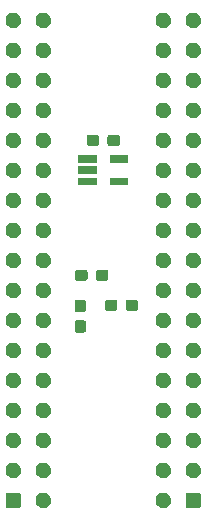
<source format=gbr>
G04 #@! TF.GenerationSoftware,KiCad,Pcbnew,5.1.6*
G04 #@! TF.CreationDate,2020-07-16T15:28:18+01:00*
G04 #@! TF.ProjectId,EZ-DF0,455a2d44-4630-42e6-9b69-6361645f7063,rev?*
G04 #@! TF.SameCoordinates,Original*
G04 #@! TF.FileFunction,Soldermask,Top*
G04 #@! TF.FilePolarity,Negative*
%FSLAX46Y46*%
G04 Gerber Fmt 4.6, Leading zero omitted, Abs format (unit mm)*
G04 Created by KiCad (PCBNEW 5.1.6) date 2020-07-16 15:28:18*
%MOMM*%
%LPD*%
G01*
G04 APERTURE LIST*
%ADD10C,0.100000*%
G04 APERTURE END LIST*
D10*
G36*
X128753575Y-104759376D02*
G01*
X128793463Y-104771475D01*
X128830221Y-104791123D01*
X128862438Y-104817562D01*
X128888877Y-104849779D01*
X128908525Y-104886537D01*
X128920624Y-104926425D01*
X128925000Y-104970848D01*
X128925000Y-105849152D01*
X128920624Y-105893575D01*
X128908525Y-105933463D01*
X128888877Y-105970221D01*
X128862438Y-106002438D01*
X128830221Y-106028877D01*
X128793463Y-106048525D01*
X128753575Y-106060624D01*
X128709152Y-106065000D01*
X127830848Y-106065000D01*
X127786425Y-106060624D01*
X127746537Y-106048525D01*
X127709779Y-106028877D01*
X127677562Y-106002438D01*
X127651123Y-105970221D01*
X127631475Y-105933463D01*
X127619376Y-105893575D01*
X127615000Y-105849152D01*
X127615000Y-104970848D01*
X127619376Y-104926425D01*
X127631475Y-104886537D01*
X127651123Y-104849779D01*
X127677562Y-104817562D01*
X127709779Y-104791123D01*
X127746537Y-104771475D01*
X127786425Y-104759376D01*
X127830848Y-104755000D01*
X128709152Y-104755000D01*
X128753575Y-104759376D01*
G37*
G36*
X141161055Y-104780171D02*
G01*
X141280261Y-104829547D01*
X141387537Y-104901227D01*
X141478773Y-104992463D01*
X141550453Y-105099739D01*
X141599829Y-105218945D01*
X141625000Y-105345487D01*
X141625000Y-105474513D01*
X141599829Y-105601055D01*
X141550453Y-105720261D01*
X141478773Y-105827537D01*
X141387537Y-105918773D01*
X141280261Y-105990453D01*
X141161055Y-106039829D01*
X141034513Y-106065000D01*
X140905487Y-106065000D01*
X140778945Y-106039829D01*
X140659739Y-105990453D01*
X140552463Y-105918773D01*
X140461227Y-105827537D01*
X140389547Y-105720261D01*
X140340171Y-105601055D01*
X140315000Y-105474513D01*
X140315000Y-105345487D01*
X140340171Y-105218945D01*
X140389547Y-105099739D01*
X140461227Y-104992463D01*
X140552463Y-104901227D01*
X140659739Y-104829547D01*
X140778945Y-104780171D01*
X140905487Y-104755000D01*
X141034513Y-104755000D01*
X141161055Y-104780171D01*
G37*
G36*
X143993575Y-104759376D02*
G01*
X144033463Y-104771475D01*
X144070221Y-104791123D01*
X144102438Y-104817562D01*
X144128877Y-104849779D01*
X144148525Y-104886537D01*
X144160624Y-104926425D01*
X144165000Y-104970848D01*
X144165000Y-105849152D01*
X144160624Y-105893575D01*
X144148525Y-105933463D01*
X144128877Y-105970221D01*
X144102438Y-106002438D01*
X144070221Y-106028877D01*
X144033463Y-106048525D01*
X143993575Y-106060624D01*
X143949152Y-106065000D01*
X143070848Y-106065000D01*
X143026425Y-106060624D01*
X142986537Y-106048525D01*
X142949779Y-106028877D01*
X142917562Y-106002438D01*
X142891123Y-105970221D01*
X142871475Y-105933463D01*
X142859376Y-105893575D01*
X142855000Y-105849152D01*
X142855000Y-104970848D01*
X142859376Y-104926425D01*
X142871475Y-104886537D01*
X142891123Y-104849779D01*
X142917562Y-104817562D01*
X142949779Y-104791123D01*
X142986537Y-104771475D01*
X143026425Y-104759376D01*
X143070848Y-104755000D01*
X143949152Y-104755000D01*
X143993575Y-104759376D01*
G37*
G36*
X131001055Y-104780171D02*
G01*
X131120261Y-104829547D01*
X131227537Y-104901227D01*
X131318773Y-104992463D01*
X131390453Y-105099739D01*
X131439829Y-105218945D01*
X131465000Y-105345487D01*
X131465000Y-105474513D01*
X131439829Y-105601055D01*
X131390453Y-105720261D01*
X131318773Y-105827537D01*
X131227537Y-105918773D01*
X131120261Y-105990453D01*
X131001055Y-106039829D01*
X130874513Y-106065000D01*
X130745487Y-106065000D01*
X130618945Y-106039829D01*
X130499739Y-105990453D01*
X130392463Y-105918773D01*
X130301227Y-105827537D01*
X130229547Y-105720261D01*
X130180171Y-105601055D01*
X130155000Y-105474513D01*
X130155000Y-105345487D01*
X130180171Y-105218945D01*
X130229547Y-105099739D01*
X130301227Y-104992463D01*
X130392463Y-104901227D01*
X130499739Y-104829547D01*
X130618945Y-104780171D01*
X130745487Y-104755000D01*
X130874513Y-104755000D01*
X131001055Y-104780171D01*
G37*
G36*
X131001055Y-102240171D02*
G01*
X131120261Y-102289547D01*
X131227537Y-102361227D01*
X131318773Y-102452463D01*
X131390453Y-102559739D01*
X131439829Y-102678945D01*
X131465000Y-102805487D01*
X131465000Y-102934513D01*
X131439829Y-103061055D01*
X131390453Y-103180261D01*
X131318773Y-103287537D01*
X131227537Y-103378773D01*
X131120261Y-103450453D01*
X131001055Y-103499829D01*
X130874513Y-103525000D01*
X130745487Y-103525000D01*
X130618945Y-103499829D01*
X130499739Y-103450453D01*
X130392463Y-103378773D01*
X130301227Y-103287537D01*
X130229547Y-103180261D01*
X130180171Y-103061055D01*
X130155000Y-102934513D01*
X130155000Y-102805487D01*
X130180171Y-102678945D01*
X130229547Y-102559739D01*
X130301227Y-102452463D01*
X130392463Y-102361227D01*
X130499739Y-102289547D01*
X130618945Y-102240171D01*
X130745487Y-102215000D01*
X130874513Y-102215000D01*
X131001055Y-102240171D01*
G37*
G36*
X143701055Y-102240171D02*
G01*
X143820261Y-102289547D01*
X143927537Y-102361227D01*
X144018773Y-102452463D01*
X144090453Y-102559739D01*
X144139829Y-102678945D01*
X144165000Y-102805487D01*
X144165000Y-102934513D01*
X144139829Y-103061055D01*
X144090453Y-103180261D01*
X144018773Y-103287537D01*
X143927537Y-103378773D01*
X143820261Y-103450453D01*
X143701055Y-103499829D01*
X143574513Y-103525000D01*
X143445487Y-103525000D01*
X143318945Y-103499829D01*
X143199739Y-103450453D01*
X143092463Y-103378773D01*
X143001227Y-103287537D01*
X142929547Y-103180261D01*
X142880171Y-103061055D01*
X142855000Y-102934513D01*
X142855000Y-102805487D01*
X142880171Y-102678945D01*
X142929547Y-102559739D01*
X143001227Y-102452463D01*
X143092463Y-102361227D01*
X143199739Y-102289547D01*
X143318945Y-102240171D01*
X143445487Y-102215000D01*
X143574513Y-102215000D01*
X143701055Y-102240171D01*
G37*
G36*
X141161055Y-102240171D02*
G01*
X141280261Y-102289547D01*
X141387537Y-102361227D01*
X141478773Y-102452463D01*
X141550453Y-102559739D01*
X141599829Y-102678945D01*
X141625000Y-102805487D01*
X141625000Y-102934513D01*
X141599829Y-103061055D01*
X141550453Y-103180261D01*
X141478773Y-103287537D01*
X141387537Y-103378773D01*
X141280261Y-103450453D01*
X141161055Y-103499829D01*
X141034513Y-103525000D01*
X140905487Y-103525000D01*
X140778945Y-103499829D01*
X140659739Y-103450453D01*
X140552463Y-103378773D01*
X140461227Y-103287537D01*
X140389547Y-103180261D01*
X140340171Y-103061055D01*
X140315000Y-102934513D01*
X140315000Y-102805487D01*
X140340171Y-102678945D01*
X140389547Y-102559739D01*
X140461227Y-102452463D01*
X140552463Y-102361227D01*
X140659739Y-102289547D01*
X140778945Y-102240171D01*
X140905487Y-102215000D01*
X141034513Y-102215000D01*
X141161055Y-102240171D01*
G37*
G36*
X128461055Y-102240171D02*
G01*
X128580261Y-102289547D01*
X128687537Y-102361227D01*
X128778773Y-102452463D01*
X128850453Y-102559739D01*
X128899829Y-102678945D01*
X128925000Y-102805487D01*
X128925000Y-102934513D01*
X128899829Y-103061055D01*
X128850453Y-103180261D01*
X128778773Y-103287537D01*
X128687537Y-103378773D01*
X128580261Y-103450453D01*
X128461055Y-103499829D01*
X128334513Y-103525000D01*
X128205487Y-103525000D01*
X128078945Y-103499829D01*
X127959739Y-103450453D01*
X127852463Y-103378773D01*
X127761227Y-103287537D01*
X127689547Y-103180261D01*
X127640171Y-103061055D01*
X127615000Y-102934513D01*
X127615000Y-102805487D01*
X127640171Y-102678945D01*
X127689547Y-102559739D01*
X127761227Y-102452463D01*
X127852463Y-102361227D01*
X127959739Y-102289547D01*
X128078945Y-102240171D01*
X128205487Y-102215000D01*
X128334513Y-102215000D01*
X128461055Y-102240171D01*
G37*
G36*
X143701055Y-99700171D02*
G01*
X143820261Y-99749547D01*
X143927537Y-99821227D01*
X144018773Y-99912463D01*
X144090453Y-100019739D01*
X144139829Y-100138945D01*
X144165000Y-100265487D01*
X144165000Y-100394513D01*
X144139829Y-100521055D01*
X144090453Y-100640261D01*
X144018773Y-100747537D01*
X143927537Y-100838773D01*
X143820261Y-100910453D01*
X143701055Y-100959829D01*
X143574513Y-100985000D01*
X143445487Y-100985000D01*
X143318945Y-100959829D01*
X143199739Y-100910453D01*
X143092463Y-100838773D01*
X143001227Y-100747537D01*
X142929547Y-100640261D01*
X142880171Y-100521055D01*
X142855000Y-100394513D01*
X142855000Y-100265487D01*
X142880171Y-100138945D01*
X142929547Y-100019739D01*
X143001227Y-99912463D01*
X143092463Y-99821227D01*
X143199739Y-99749547D01*
X143318945Y-99700171D01*
X143445487Y-99675000D01*
X143574513Y-99675000D01*
X143701055Y-99700171D01*
G37*
G36*
X128461055Y-99700171D02*
G01*
X128580261Y-99749547D01*
X128687537Y-99821227D01*
X128778773Y-99912463D01*
X128850453Y-100019739D01*
X128899829Y-100138945D01*
X128925000Y-100265487D01*
X128925000Y-100394513D01*
X128899829Y-100521055D01*
X128850453Y-100640261D01*
X128778773Y-100747537D01*
X128687537Y-100838773D01*
X128580261Y-100910453D01*
X128461055Y-100959829D01*
X128334513Y-100985000D01*
X128205487Y-100985000D01*
X128078945Y-100959829D01*
X127959739Y-100910453D01*
X127852463Y-100838773D01*
X127761227Y-100747537D01*
X127689547Y-100640261D01*
X127640171Y-100521055D01*
X127615000Y-100394513D01*
X127615000Y-100265487D01*
X127640171Y-100138945D01*
X127689547Y-100019739D01*
X127761227Y-99912463D01*
X127852463Y-99821227D01*
X127959739Y-99749547D01*
X128078945Y-99700171D01*
X128205487Y-99675000D01*
X128334513Y-99675000D01*
X128461055Y-99700171D01*
G37*
G36*
X131001055Y-99700171D02*
G01*
X131120261Y-99749547D01*
X131227537Y-99821227D01*
X131318773Y-99912463D01*
X131390453Y-100019739D01*
X131439829Y-100138945D01*
X131465000Y-100265487D01*
X131465000Y-100394513D01*
X131439829Y-100521055D01*
X131390453Y-100640261D01*
X131318773Y-100747537D01*
X131227537Y-100838773D01*
X131120261Y-100910453D01*
X131001055Y-100959829D01*
X130874513Y-100985000D01*
X130745487Y-100985000D01*
X130618945Y-100959829D01*
X130499739Y-100910453D01*
X130392463Y-100838773D01*
X130301227Y-100747537D01*
X130229547Y-100640261D01*
X130180171Y-100521055D01*
X130155000Y-100394513D01*
X130155000Y-100265487D01*
X130180171Y-100138945D01*
X130229547Y-100019739D01*
X130301227Y-99912463D01*
X130392463Y-99821227D01*
X130499739Y-99749547D01*
X130618945Y-99700171D01*
X130745487Y-99675000D01*
X130874513Y-99675000D01*
X131001055Y-99700171D01*
G37*
G36*
X141161055Y-99700171D02*
G01*
X141280261Y-99749547D01*
X141387537Y-99821227D01*
X141478773Y-99912463D01*
X141550453Y-100019739D01*
X141599829Y-100138945D01*
X141625000Y-100265487D01*
X141625000Y-100394513D01*
X141599829Y-100521055D01*
X141550453Y-100640261D01*
X141478773Y-100747537D01*
X141387537Y-100838773D01*
X141280261Y-100910453D01*
X141161055Y-100959829D01*
X141034513Y-100985000D01*
X140905487Y-100985000D01*
X140778945Y-100959829D01*
X140659739Y-100910453D01*
X140552463Y-100838773D01*
X140461227Y-100747537D01*
X140389547Y-100640261D01*
X140340171Y-100521055D01*
X140315000Y-100394513D01*
X140315000Y-100265487D01*
X140340171Y-100138945D01*
X140389547Y-100019739D01*
X140461227Y-99912463D01*
X140552463Y-99821227D01*
X140659739Y-99749547D01*
X140778945Y-99700171D01*
X140905487Y-99675000D01*
X141034513Y-99675000D01*
X141161055Y-99700171D01*
G37*
G36*
X143701055Y-97160171D02*
G01*
X143820261Y-97209547D01*
X143927537Y-97281227D01*
X144018773Y-97372463D01*
X144090453Y-97479739D01*
X144139829Y-97598945D01*
X144165000Y-97725487D01*
X144165000Y-97854513D01*
X144139829Y-97981055D01*
X144090453Y-98100261D01*
X144018773Y-98207537D01*
X143927537Y-98298773D01*
X143820261Y-98370453D01*
X143701055Y-98419829D01*
X143574513Y-98445000D01*
X143445487Y-98445000D01*
X143318945Y-98419829D01*
X143199739Y-98370453D01*
X143092463Y-98298773D01*
X143001227Y-98207537D01*
X142929547Y-98100261D01*
X142880171Y-97981055D01*
X142855000Y-97854513D01*
X142855000Y-97725487D01*
X142880171Y-97598945D01*
X142929547Y-97479739D01*
X143001227Y-97372463D01*
X143092463Y-97281227D01*
X143199739Y-97209547D01*
X143318945Y-97160171D01*
X143445487Y-97135000D01*
X143574513Y-97135000D01*
X143701055Y-97160171D01*
G37*
G36*
X141161055Y-97160171D02*
G01*
X141280261Y-97209547D01*
X141387537Y-97281227D01*
X141478773Y-97372463D01*
X141550453Y-97479739D01*
X141599829Y-97598945D01*
X141625000Y-97725487D01*
X141625000Y-97854513D01*
X141599829Y-97981055D01*
X141550453Y-98100261D01*
X141478773Y-98207537D01*
X141387537Y-98298773D01*
X141280261Y-98370453D01*
X141161055Y-98419829D01*
X141034513Y-98445000D01*
X140905487Y-98445000D01*
X140778945Y-98419829D01*
X140659739Y-98370453D01*
X140552463Y-98298773D01*
X140461227Y-98207537D01*
X140389547Y-98100261D01*
X140340171Y-97981055D01*
X140315000Y-97854513D01*
X140315000Y-97725487D01*
X140340171Y-97598945D01*
X140389547Y-97479739D01*
X140461227Y-97372463D01*
X140552463Y-97281227D01*
X140659739Y-97209547D01*
X140778945Y-97160171D01*
X140905487Y-97135000D01*
X141034513Y-97135000D01*
X141161055Y-97160171D01*
G37*
G36*
X128461055Y-97160171D02*
G01*
X128580261Y-97209547D01*
X128687537Y-97281227D01*
X128778773Y-97372463D01*
X128850453Y-97479739D01*
X128899829Y-97598945D01*
X128925000Y-97725487D01*
X128925000Y-97854513D01*
X128899829Y-97981055D01*
X128850453Y-98100261D01*
X128778773Y-98207537D01*
X128687537Y-98298773D01*
X128580261Y-98370453D01*
X128461055Y-98419829D01*
X128334513Y-98445000D01*
X128205487Y-98445000D01*
X128078945Y-98419829D01*
X127959739Y-98370453D01*
X127852463Y-98298773D01*
X127761227Y-98207537D01*
X127689547Y-98100261D01*
X127640171Y-97981055D01*
X127615000Y-97854513D01*
X127615000Y-97725487D01*
X127640171Y-97598945D01*
X127689547Y-97479739D01*
X127761227Y-97372463D01*
X127852463Y-97281227D01*
X127959739Y-97209547D01*
X128078945Y-97160171D01*
X128205487Y-97135000D01*
X128334513Y-97135000D01*
X128461055Y-97160171D01*
G37*
G36*
X131001055Y-97160171D02*
G01*
X131120261Y-97209547D01*
X131227537Y-97281227D01*
X131318773Y-97372463D01*
X131390453Y-97479739D01*
X131439829Y-97598945D01*
X131465000Y-97725487D01*
X131465000Y-97854513D01*
X131439829Y-97981055D01*
X131390453Y-98100261D01*
X131318773Y-98207537D01*
X131227537Y-98298773D01*
X131120261Y-98370453D01*
X131001055Y-98419829D01*
X130874513Y-98445000D01*
X130745487Y-98445000D01*
X130618945Y-98419829D01*
X130499739Y-98370453D01*
X130392463Y-98298773D01*
X130301227Y-98207537D01*
X130229547Y-98100261D01*
X130180171Y-97981055D01*
X130155000Y-97854513D01*
X130155000Y-97725487D01*
X130180171Y-97598945D01*
X130229547Y-97479739D01*
X130301227Y-97372463D01*
X130392463Y-97281227D01*
X130499739Y-97209547D01*
X130618945Y-97160171D01*
X130745487Y-97135000D01*
X130874513Y-97135000D01*
X131001055Y-97160171D01*
G37*
G36*
X141161055Y-94620171D02*
G01*
X141280261Y-94669547D01*
X141387537Y-94741227D01*
X141478773Y-94832463D01*
X141550453Y-94939739D01*
X141599829Y-95058945D01*
X141625000Y-95185487D01*
X141625000Y-95314513D01*
X141599829Y-95441055D01*
X141550453Y-95560261D01*
X141478773Y-95667537D01*
X141387537Y-95758773D01*
X141280261Y-95830453D01*
X141161055Y-95879829D01*
X141034513Y-95905000D01*
X140905487Y-95905000D01*
X140778945Y-95879829D01*
X140659739Y-95830453D01*
X140552463Y-95758773D01*
X140461227Y-95667537D01*
X140389547Y-95560261D01*
X140340171Y-95441055D01*
X140315000Y-95314513D01*
X140315000Y-95185487D01*
X140340171Y-95058945D01*
X140389547Y-94939739D01*
X140461227Y-94832463D01*
X140552463Y-94741227D01*
X140659739Y-94669547D01*
X140778945Y-94620171D01*
X140905487Y-94595000D01*
X141034513Y-94595000D01*
X141161055Y-94620171D01*
G37*
G36*
X131001055Y-94620171D02*
G01*
X131120261Y-94669547D01*
X131227537Y-94741227D01*
X131318773Y-94832463D01*
X131390453Y-94939739D01*
X131439829Y-95058945D01*
X131465000Y-95185487D01*
X131465000Y-95314513D01*
X131439829Y-95441055D01*
X131390453Y-95560261D01*
X131318773Y-95667537D01*
X131227537Y-95758773D01*
X131120261Y-95830453D01*
X131001055Y-95879829D01*
X130874513Y-95905000D01*
X130745487Y-95905000D01*
X130618945Y-95879829D01*
X130499739Y-95830453D01*
X130392463Y-95758773D01*
X130301227Y-95667537D01*
X130229547Y-95560261D01*
X130180171Y-95441055D01*
X130155000Y-95314513D01*
X130155000Y-95185487D01*
X130180171Y-95058945D01*
X130229547Y-94939739D01*
X130301227Y-94832463D01*
X130392463Y-94741227D01*
X130499739Y-94669547D01*
X130618945Y-94620171D01*
X130745487Y-94595000D01*
X130874513Y-94595000D01*
X131001055Y-94620171D01*
G37*
G36*
X128461055Y-94620171D02*
G01*
X128580261Y-94669547D01*
X128687537Y-94741227D01*
X128778773Y-94832463D01*
X128850453Y-94939739D01*
X128899829Y-95058945D01*
X128925000Y-95185487D01*
X128925000Y-95314513D01*
X128899829Y-95441055D01*
X128850453Y-95560261D01*
X128778773Y-95667537D01*
X128687537Y-95758773D01*
X128580261Y-95830453D01*
X128461055Y-95879829D01*
X128334513Y-95905000D01*
X128205487Y-95905000D01*
X128078945Y-95879829D01*
X127959739Y-95830453D01*
X127852463Y-95758773D01*
X127761227Y-95667537D01*
X127689547Y-95560261D01*
X127640171Y-95441055D01*
X127615000Y-95314513D01*
X127615000Y-95185487D01*
X127640171Y-95058945D01*
X127689547Y-94939739D01*
X127761227Y-94832463D01*
X127852463Y-94741227D01*
X127959739Y-94669547D01*
X128078945Y-94620171D01*
X128205487Y-94595000D01*
X128334513Y-94595000D01*
X128461055Y-94620171D01*
G37*
G36*
X143701055Y-94620171D02*
G01*
X143820261Y-94669547D01*
X143927537Y-94741227D01*
X144018773Y-94832463D01*
X144090453Y-94939739D01*
X144139829Y-95058945D01*
X144165000Y-95185487D01*
X144165000Y-95314513D01*
X144139829Y-95441055D01*
X144090453Y-95560261D01*
X144018773Y-95667537D01*
X143927537Y-95758773D01*
X143820261Y-95830453D01*
X143701055Y-95879829D01*
X143574513Y-95905000D01*
X143445487Y-95905000D01*
X143318945Y-95879829D01*
X143199739Y-95830453D01*
X143092463Y-95758773D01*
X143001227Y-95667537D01*
X142929547Y-95560261D01*
X142880171Y-95441055D01*
X142855000Y-95314513D01*
X142855000Y-95185487D01*
X142880171Y-95058945D01*
X142929547Y-94939739D01*
X143001227Y-94832463D01*
X143092463Y-94741227D01*
X143199739Y-94669547D01*
X143318945Y-94620171D01*
X143445487Y-94595000D01*
X143574513Y-94595000D01*
X143701055Y-94620171D01*
G37*
G36*
X131001055Y-92080171D02*
G01*
X131120261Y-92129547D01*
X131227537Y-92201227D01*
X131318773Y-92292463D01*
X131390453Y-92399739D01*
X131439829Y-92518945D01*
X131465000Y-92645487D01*
X131465000Y-92774513D01*
X131439829Y-92901055D01*
X131390453Y-93020261D01*
X131318773Y-93127537D01*
X131227537Y-93218773D01*
X131120261Y-93290453D01*
X131001055Y-93339829D01*
X130874513Y-93365000D01*
X130745487Y-93365000D01*
X130618945Y-93339829D01*
X130499739Y-93290453D01*
X130392463Y-93218773D01*
X130301227Y-93127537D01*
X130229547Y-93020261D01*
X130180171Y-92901055D01*
X130155000Y-92774513D01*
X130155000Y-92645487D01*
X130180171Y-92518945D01*
X130229547Y-92399739D01*
X130301227Y-92292463D01*
X130392463Y-92201227D01*
X130499739Y-92129547D01*
X130618945Y-92080171D01*
X130745487Y-92055000D01*
X130874513Y-92055000D01*
X131001055Y-92080171D01*
G37*
G36*
X128461055Y-92080171D02*
G01*
X128580261Y-92129547D01*
X128687537Y-92201227D01*
X128778773Y-92292463D01*
X128850453Y-92399739D01*
X128899829Y-92518945D01*
X128925000Y-92645487D01*
X128925000Y-92774513D01*
X128899829Y-92901055D01*
X128850453Y-93020261D01*
X128778773Y-93127537D01*
X128687537Y-93218773D01*
X128580261Y-93290453D01*
X128461055Y-93339829D01*
X128334513Y-93365000D01*
X128205487Y-93365000D01*
X128078945Y-93339829D01*
X127959739Y-93290453D01*
X127852463Y-93218773D01*
X127761227Y-93127537D01*
X127689547Y-93020261D01*
X127640171Y-92901055D01*
X127615000Y-92774513D01*
X127615000Y-92645487D01*
X127640171Y-92518945D01*
X127689547Y-92399739D01*
X127761227Y-92292463D01*
X127852463Y-92201227D01*
X127959739Y-92129547D01*
X128078945Y-92080171D01*
X128205487Y-92055000D01*
X128334513Y-92055000D01*
X128461055Y-92080171D01*
G37*
G36*
X141161055Y-92080171D02*
G01*
X141280261Y-92129547D01*
X141387537Y-92201227D01*
X141478773Y-92292463D01*
X141550453Y-92399739D01*
X141599829Y-92518945D01*
X141625000Y-92645487D01*
X141625000Y-92774513D01*
X141599829Y-92901055D01*
X141550453Y-93020261D01*
X141478773Y-93127537D01*
X141387537Y-93218773D01*
X141280261Y-93290453D01*
X141161055Y-93339829D01*
X141034513Y-93365000D01*
X140905487Y-93365000D01*
X140778945Y-93339829D01*
X140659739Y-93290453D01*
X140552463Y-93218773D01*
X140461227Y-93127537D01*
X140389547Y-93020261D01*
X140340171Y-92901055D01*
X140315000Y-92774513D01*
X140315000Y-92645487D01*
X140340171Y-92518945D01*
X140389547Y-92399739D01*
X140461227Y-92292463D01*
X140552463Y-92201227D01*
X140659739Y-92129547D01*
X140778945Y-92080171D01*
X140905487Y-92055000D01*
X141034513Y-92055000D01*
X141161055Y-92080171D01*
G37*
G36*
X143701055Y-92080171D02*
G01*
X143820261Y-92129547D01*
X143927537Y-92201227D01*
X144018773Y-92292463D01*
X144090453Y-92399739D01*
X144139829Y-92518945D01*
X144165000Y-92645487D01*
X144165000Y-92774513D01*
X144139829Y-92901055D01*
X144090453Y-93020261D01*
X144018773Y-93127537D01*
X143927537Y-93218773D01*
X143820261Y-93290453D01*
X143701055Y-93339829D01*
X143574513Y-93365000D01*
X143445487Y-93365000D01*
X143318945Y-93339829D01*
X143199739Y-93290453D01*
X143092463Y-93218773D01*
X143001227Y-93127537D01*
X142929547Y-93020261D01*
X142880171Y-92901055D01*
X142855000Y-92774513D01*
X142855000Y-92645487D01*
X142880171Y-92518945D01*
X142929547Y-92399739D01*
X143001227Y-92292463D01*
X143092463Y-92201227D01*
X143199739Y-92129547D01*
X143318945Y-92080171D01*
X143445487Y-92055000D01*
X143574513Y-92055000D01*
X143701055Y-92080171D01*
G37*
G36*
X134255421Y-90174271D02*
G01*
X134294298Y-90186064D01*
X134330118Y-90205211D01*
X134361519Y-90230981D01*
X134387289Y-90262382D01*
X134406436Y-90298202D01*
X134418229Y-90337079D01*
X134422500Y-90380447D01*
X134422500Y-91009553D01*
X134418229Y-91052921D01*
X134406436Y-91091798D01*
X134387289Y-91127618D01*
X134361519Y-91159019D01*
X134330118Y-91184789D01*
X134294298Y-91203936D01*
X134255421Y-91215729D01*
X134212053Y-91220000D01*
X133682947Y-91220000D01*
X133639579Y-91215729D01*
X133600702Y-91203936D01*
X133564882Y-91184789D01*
X133533481Y-91159019D01*
X133507711Y-91127618D01*
X133488564Y-91091798D01*
X133476771Y-91052921D01*
X133472500Y-91009553D01*
X133472500Y-90380447D01*
X133476771Y-90337079D01*
X133488564Y-90298202D01*
X133507711Y-90262382D01*
X133533481Y-90230981D01*
X133564882Y-90205211D01*
X133600702Y-90186064D01*
X133639579Y-90174271D01*
X133682947Y-90170000D01*
X134212053Y-90170000D01*
X134255421Y-90174271D01*
G37*
G36*
X131001055Y-89540171D02*
G01*
X131120261Y-89589547D01*
X131227537Y-89661227D01*
X131318773Y-89752463D01*
X131390453Y-89859739D01*
X131439829Y-89978945D01*
X131465000Y-90105487D01*
X131465000Y-90234513D01*
X131439829Y-90361055D01*
X131390453Y-90480261D01*
X131318773Y-90587537D01*
X131227537Y-90678773D01*
X131120261Y-90750453D01*
X131001055Y-90799829D01*
X130874513Y-90825000D01*
X130745487Y-90825000D01*
X130618945Y-90799829D01*
X130499739Y-90750453D01*
X130392463Y-90678773D01*
X130301227Y-90587537D01*
X130229547Y-90480261D01*
X130180171Y-90361055D01*
X130155000Y-90234513D01*
X130155000Y-90105487D01*
X130180171Y-89978945D01*
X130229547Y-89859739D01*
X130301227Y-89752463D01*
X130392463Y-89661227D01*
X130499739Y-89589547D01*
X130618945Y-89540171D01*
X130745487Y-89515000D01*
X130874513Y-89515000D01*
X131001055Y-89540171D01*
G37*
G36*
X141161055Y-89540171D02*
G01*
X141280261Y-89589547D01*
X141387537Y-89661227D01*
X141478773Y-89752463D01*
X141550453Y-89859739D01*
X141599829Y-89978945D01*
X141625000Y-90105487D01*
X141625000Y-90234513D01*
X141599829Y-90361055D01*
X141550453Y-90480261D01*
X141478773Y-90587537D01*
X141387537Y-90678773D01*
X141280261Y-90750453D01*
X141161055Y-90799829D01*
X141034513Y-90825000D01*
X140905487Y-90825000D01*
X140778945Y-90799829D01*
X140659739Y-90750453D01*
X140552463Y-90678773D01*
X140461227Y-90587537D01*
X140389547Y-90480261D01*
X140340171Y-90361055D01*
X140315000Y-90234513D01*
X140315000Y-90105487D01*
X140340171Y-89978945D01*
X140389547Y-89859739D01*
X140461227Y-89752463D01*
X140552463Y-89661227D01*
X140659739Y-89589547D01*
X140778945Y-89540171D01*
X140905487Y-89515000D01*
X141034513Y-89515000D01*
X141161055Y-89540171D01*
G37*
G36*
X128461055Y-89540171D02*
G01*
X128580261Y-89589547D01*
X128687537Y-89661227D01*
X128778773Y-89752463D01*
X128850453Y-89859739D01*
X128899829Y-89978945D01*
X128925000Y-90105487D01*
X128925000Y-90234513D01*
X128899829Y-90361055D01*
X128850453Y-90480261D01*
X128778773Y-90587537D01*
X128687537Y-90678773D01*
X128580261Y-90750453D01*
X128461055Y-90799829D01*
X128334513Y-90825000D01*
X128205487Y-90825000D01*
X128078945Y-90799829D01*
X127959739Y-90750453D01*
X127852463Y-90678773D01*
X127761227Y-90587537D01*
X127689547Y-90480261D01*
X127640171Y-90361055D01*
X127615000Y-90234513D01*
X127615000Y-90105487D01*
X127640171Y-89978945D01*
X127689547Y-89859739D01*
X127761227Y-89752463D01*
X127852463Y-89661227D01*
X127959739Y-89589547D01*
X128078945Y-89540171D01*
X128205487Y-89515000D01*
X128334513Y-89515000D01*
X128461055Y-89540171D01*
G37*
G36*
X143701055Y-89540171D02*
G01*
X143820261Y-89589547D01*
X143927537Y-89661227D01*
X144018773Y-89752463D01*
X144090453Y-89859739D01*
X144139829Y-89978945D01*
X144165000Y-90105487D01*
X144165000Y-90234513D01*
X144139829Y-90361055D01*
X144090453Y-90480261D01*
X144018773Y-90587537D01*
X143927537Y-90678773D01*
X143820261Y-90750453D01*
X143701055Y-90799829D01*
X143574513Y-90825000D01*
X143445487Y-90825000D01*
X143318945Y-90799829D01*
X143199739Y-90750453D01*
X143092463Y-90678773D01*
X143001227Y-90587537D01*
X142929547Y-90480261D01*
X142880171Y-90361055D01*
X142855000Y-90234513D01*
X142855000Y-90105487D01*
X142880171Y-89978945D01*
X142929547Y-89859739D01*
X143001227Y-89752463D01*
X143092463Y-89661227D01*
X143199739Y-89589547D01*
X143318945Y-89540171D01*
X143445487Y-89515000D01*
X143574513Y-89515000D01*
X143701055Y-89540171D01*
G37*
G36*
X134255421Y-88424271D02*
G01*
X134294298Y-88436064D01*
X134330118Y-88455211D01*
X134361519Y-88480981D01*
X134387289Y-88512382D01*
X134406436Y-88548202D01*
X134418229Y-88587079D01*
X134422500Y-88630447D01*
X134422500Y-89259553D01*
X134418229Y-89302921D01*
X134406436Y-89341798D01*
X134387289Y-89377618D01*
X134361519Y-89409019D01*
X134330118Y-89434789D01*
X134294298Y-89453936D01*
X134255421Y-89465729D01*
X134212053Y-89470000D01*
X133682947Y-89470000D01*
X133639579Y-89465729D01*
X133600702Y-89453936D01*
X133564882Y-89434789D01*
X133533481Y-89409019D01*
X133507711Y-89377618D01*
X133488564Y-89341798D01*
X133476771Y-89302921D01*
X133472500Y-89259553D01*
X133472500Y-88630447D01*
X133476771Y-88587079D01*
X133488564Y-88548202D01*
X133507711Y-88512382D01*
X133533481Y-88480981D01*
X133564882Y-88455211D01*
X133600702Y-88436064D01*
X133639579Y-88424271D01*
X133682947Y-88420000D01*
X134212053Y-88420000D01*
X134255421Y-88424271D01*
G37*
G36*
X138662921Y-88429271D02*
G01*
X138701798Y-88441064D01*
X138737618Y-88460211D01*
X138769019Y-88485981D01*
X138794789Y-88517382D01*
X138813936Y-88553202D01*
X138825729Y-88592079D01*
X138830000Y-88635447D01*
X138830000Y-89164553D01*
X138825729Y-89207921D01*
X138813936Y-89246798D01*
X138794789Y-89282618D01*
X138769019Y-89314019D01*
X138737618Y-89339789D01*
X138701798Y-89358936D01*
X138662921Y-89370729D01*
X138619553Y-89375000D01*
X137990447Y-89375000D01*
X137947079Y-89370729D01*
X137908202Y-89358936D01*
X137872382Y-89339789D01*
X137840981Y-89314019D01*
X137815211Y-89282618D01*
X137796064Y-89246798D01*
X137784271Y-89207921D01*
X137780000Y-89164553D01*
X137780000Y-88635447D01*
X137784271Y-88592079D01*
X137796064Y-88553202D01*
X137815211Y-88517382D01*
X137840981Y-88485981D01*
X137872382Y-88460211D01*
X137908202Y-88441064D01*
X137947079Y-88429271D01*
X137990447Y-88425000D01*
X138619553Y-88425000D01*
X138662921Y-88429271D01*
G37*
G36*
X136912921Y-88429271D02*
G01*
X136951798Y-88441064D01*
X136987618Y-88460211D01*
X137019019Y-88485981D01*
X137044789Y-88517382D01*
X137063936Y-88553202D01*
X137075729Y-88592079D01*
X137080000Y-88635447D01*
X137080000Y-89164553D01*
X137075729Y-89207921D01*
X137063936Y-89246798D01*
X137044789Y-89282618D01*
X137019019Y-89314019D01*
X136987618Y-89339789D01*
X136951798Y-89358936D01*
X136912921Y-89370729D01*
X136869553Y-89375000D01*
X136240447Y-89375000D01*
X136197079Y-89370729D01*
X136158202Y-89358936D01*
X136122382Y-89339789D01*
X136090981Y-89314019D01*
X136065211Y-89282618D01*
X136046064Y-89246798D01*
X136034271Y-89207921D01*
X136030000Y-89164553D01*
X136030000Y-88635447D01*
X136034271Y-88592079D01*
X136046064Y-88553202D01*
X136065211Y-88517382D01*
X136090981Y-88485981D01*
X136122382Y-88460211D01*
X136158202Y-88441064D01*
X136197079Y-88429271D01*
X136240447Y-88425000D01*
X136869553Y-88425000D01*
X136912921Y-88429271D01*
G37*
G36*
X128461055Y-87000171D02*
G01*
X128580261Y-87049547D01*
X128687537Y-87121227D01*
X128778773Y-87212463D01*
X128850453Y-87319739D01*
X128899829Y-87438945D01*
X128925000Y-87565487D01*
X128925000Y-87694513D01*
X128899829Y-87821055D01*
X128850453Y-87940261D01*
X128778773Y-88047537D01*
X128687537Y-88138773D01*
X128580261Y-88210453D01*
X128461055Y-88259829D01*
X128334513Y-88285000D01*
X128205487Y-88285000D01*
X128078945Y-88259829D01*
X127959739Y-88210453D01*
X127852463Y-88138773D01*
X127761227Y-88047537D01*
X127689547Y-87940261D01*
X127640171Y-87821055D01*
X127615000Y-87694513D01*
X127615000Y-87565487D01*
X127640171Y-87438945D01*
X127689547Y-87319739D01*
X127761227Y-87212463D01*
X127852463Y-87121227D01*
X127959739Y-87049547D01*
X128078945Y-87000171D01*
X128205487Y-86975000D01*
X128334513Y-86975000D01*
X128461055Y-87000171D01*
G37*
G36*
X131001055Y-87000171D02*
G01*
X131120261Y-87049547D01*
X131227537Y-87121227D01*
X131318773Y-87212463D01*
X131390453Y-87319739D01*
X131439829Y-87438945D01*
X131465000Y-87565487D01*
X131465000Y-87694513D01*
X131439829Y-87821055D01*
X131390453Y-87940261D01*
X131318773Y-88047537D01*
X131227537Y-88138773D01*
X131120261Y-88210453D01*
X131001055Y-88259829D01*
X130874513Y-88285000D01*
X130745487Y-88285000D01*
X130618945Y-88259829D01*
X130499739Y-88210453D01*
X130392463Y-88138773D01*
X130301227Y-88047537D01*
X130229547Y-87940261D01*
X130180171Y-87821055D01*
X130155000Y-87694513D01*
X130155000Y-87565487D01*
X130180171Y-87438945D01*
X130229547Y-87319739D01*
X130301227Y-87212463D01*
X130392463Y-87121227D01*
X130499739Y-87049547D01*
X130618945Y-87000171D01*
X130745487Y-86975000D01*
X130874513Y-86975000D01*
X131001055Y-87000171D01*
G37*
G36*
X143701055Y-87000171D02*
G01*
X143820261Y-87049547D01*
X143927537Y-87121227D01*
X144018773Y-87212463D01*
X144090453Y-87319739D01*
X144139829Y-87438945D01*
X144165000Y-87565487D01*
X144165000Y-87694513D01*
X144139829Y-87821055D01*
X144090453Y-87940261D01*
X144018773Y-88047537D01*
X143927537Y-88138773D01*
X143820261Y-88210453D01*
X143701055Y-88259829D01*
X143574513Y-88285000D01*
X143445487Y-88285000D01*
X143318945Y-88259829D01*
X143199739Y-88210453D01*
X143092463Y-88138773D01*
X143001227Y-88047537D01*
X142929547Y-87940261D01*
X142880171Y-87821055D01*
X142855000Y-87694513D01*
X142855000Y-87565487D01*
X142880171Y-87438945D01*
X142929547Y-87319739D01*
X143001227Y-87212463D01*
X143092463Y-87121227D01*
X143199739Y-87049547D01*
X143318945Y-87000171D01*
X143445487Y-86975000D01*
X143574513Y-86975000D01*
X143701055Y-87000171D01*
G37*
G36*
X141161055Y-87000171D02*
G01*
X141280261Y-87049547D01*
X141387537Y-87121227D01*
X141478773Y-87212463D01*
X141550453Y-87319739D01*
X141599829Y-87438945D01*
X141625000Y-87565487D01*
X141625000Y-87694513D01*
X141599829Y-87821055D01*
X141550453Y-87940261D01*
X141478773Y-88047537D01*
X141387537Y-88138773D01*
X141280261Y-88210453D01*
X141161055Y-88259829D01*
X141034513Y-88285000D01*
X140905487Y-88285000D01*
X140778945Y-88259829D01*
X140659739Y-88210453D01*
X140552463Y-88138773D01*
X140461227Y-88047537D01*
X140389547Y-87940261D01*
X140340171Y-87821055D01*
X140315000Y-87694513D01*
X140315000Y-87565487D01*
X140340171Y-87438945D01*
X140389547Y-87319739D01*
X140461227Y-87212463D01*
X140552463Y-87121227D01*
X140659739Y-87049547D01*
X140778945Y-87000171D01*
X140905487Y-86975000D01*
X141034513Y-86975000D01*
X141161055Y-87000171D01*
G37*
G36*
X136145421Y-85889271D02*
G01*
X136184298Y-85901064D01*
X136220118Y-85920211D01*
X136251519Y-85945981D01*
X136277289Y-85977382D01*
X136296436Y-86013202D01*
X136308229Y-86052079D01*
X136312500Y-86095447D01*
X136312500Y-86624553D01*
X136308229Y-86667921D01*
X136296436Y-86706798D01*
X136277289Y-86742618D01*
X136251519Y-86774019D01*
X136220118Y-86799789D01*
X136184298Y-86818936D01*
X136145421Y-86830729D01*
X136102053Y-86835000D01*
X135472947Y-86835000D01*
X135429579Y-86830729D01*
X135390702Y-86818936D01*
X135354882Y-86799789D01*
X135323481Y-86774019D01*
X135297711Y-86742618D01*
X135278564Y-86706798D01*
X135266771Y-86667921D01*
X135262500Y-86624553D01*
X135262500Y-86095447D01*
X135266771Y-86052079D01*
X135278564Y-86013202D01*
X135297711Y-85977382D01*
X135323481Y-85945981D01*
X135354882Y-85920211D01*
X135390702Y-85901064D01*
X135429579Y-85889271D01*
X135472947Y-85885000D01*
X136102053Y-85885000D01*
X136145421Y-85889271D01*
G37*
G36*
X134395421Y-85889271D02*
G01*
X134434298Y-85901064D01*
X134470118Y-85920211D01*
X134501519Y-85945981D01*
X134527289Y-85977382D01*
X134546436Y-86013202D01*
X134558229Y-86052079D01*
X134562500Y-86095447D01*
X134562500Y-86624553D01*
X134558229Y-86667921D01*
X134546436Y-86706798D01*
X134527289Y-86742618D01*
X134501519Y-86774019D01*
X134470118Y-86799789D01*
X134434298Y-86818936D01*
X134395421Y-86830729D01*
X134352053Y-86835000D01*
X133722947Y-86835000D01*
X133679579Y-86830729D01*
X133640702Y-86818936D01*
X133604882Y-86799789D01*
X133573481Y-86774019D01*
X133547711Y-86742618D01*
X133528564Y-86706798D01*
X133516771Y-86667921D01*
X133512500Y-86624553D01*
X133512500Y-86095447D01*
X133516771Y-86052079D01*
X133528564Y-86013202D01*
X133547711Y-85977382D01*
X133573481Y-85945981D01*
X133604882Y-85920211D01*
X133640702Y-85901064D01*
X133679579Y-85889271D01*
X133722947Y-85885000D01*
X134352053Y-85885000D01*
X134395421Y-85889271D01*
G37*
G36*
X143701055Y-84460171D02*
G01*
X143820261Y-84509547D01*
X143927537Y-84581227D01*
X144018773Y-84672463D01*
X144090453Y-84779739D01*
X144139829Y-84898945D01*
X144165000Y-85025487D01*
X144165000Y-85154513D01*
X144139829Y-85281055D01*
X144090453Y-85400261D01*
X144018773Y-85507537D01*
X143927537Y-85598773D01*
X143820261Y-85670453D01*
X143701055Y-85719829D01*
X143574513Y-85745000D01*
X143445487Y-85745000D01*
X143318945Y-85719829D01*
X143199739Y-85670453D01*
X143092463Y-85598773D01*
X143001227Y-85507537D01*
X142929547Y-85400261D01*
X142880171Y-85281055D01*
X142855000Y-85154513D01*
X142855000Y-85025487D01*
X142880171Y-84898945D01*
X142929547Y-84779739D01*
X143001227Y-84672463D01*
X143092463Y-84581227D01*
X143199739Y-84509547D01*
X143318945Y-84460171D01*
X143445487Y-84435000D01*
X143574513Y-84435000D01*
X143701055Y-84460171D01*
G37*
G36*
X131001055Y-84460171D02*
G01*
X131120261Y-84509547D01*
X131227537Y-84581227D01*
X131318773Y-84672463D01*
X131390453Y-84779739D01*
X131439829Y-84898945D01*
X131465000Y-85025487D01*
X131465000Y-85154513D01*
X131439829Y-85281055D01*
X131390453Y-85400261D01*
X131318773Y-85507537D01*
X131227537Y-85598773D01*
X131120261Y-85670453D01*
X131001055Y-85719829D01*
X130874513Y-85745000D01*
X130745487Y-85745000D01*
X130618945Y-85719829D01*
X130499739Y-85670453D01*
X130392463Y-85598773D01*
X130301227Y-85507537D01*
X130229547Y-85400261D01*
X130180171Y-85281055D01*
X130155000Y-85154513D01*
X130155000Y-85025487D01*
X130180171Y-84898945D01*
X130229547Y-84779739D01*
X130301227Y-84672463D01*
X130392463Y-84581227D01*
X130499739Y-84509547D01*
X130618945Y-84460171D01*
X130745487Y-84435000D01*
X130874513Y-84435000D01*
X131001055Y-84460171D01*
G37*
G36*
X128461055Y-84460171D02*
G01*
X128580261Y-84509547D01*
X128687537Y-84581227D01*
X128778773Y-84672463D01*
X128850453Y-84779739D01*
X128899829Y-84898945D01*
X128925000Y-85025487D01*
X128925000Y-85154513D01*
X128899829Y-85281055D01*
X128850453Y-85400261D01*
X128778773Y-85507537D01*
X128687537Y-85598773D01*
X128580261Y-85670453D01*
X128461055Y-85719829D01*
X128334513Y-85745000D01*
X128205487Y-85745000D01*
X128078945Y-85719829D01*
X127959739Y-85670453D01*
X127852463Y-85598773D01*
X127761227Y-85507537D01*
X127689547Y-85400261D01*
X127640171Y-85281055D01*
X127615000Y-85154513D01*
X127615000Y-85025487D01*
X127640171Y-84898945D01*
X127689547Y-84779739D01*
X127761227Y-84672463D01*
X127852463Y-84581227D01*
X127959739Y-84509547D01*
X128078945Y-84460171D01*
X128205487Y-84435000D01*
X128334513Y-84435000D01*
X128461055Y-84460171D01*
G37*
G36*
X141161055Y-84460171D02*
G01*
X141280261Y-84509547D01*
X141387537Y-84581227D01*
X141478773Y-84672463D01*
X141550453Y-84779739D01*
X141599829Y-84898945D01*
X141625000Y-85025487D01*
X141625000Y-85154513D01*
X141599829Y-85281055D01*
X141550453Y-85400261D01*
X141478773Y-85507537D01*
X141387537Y-85598773D01*
X141280261Y-85670453D01*
X141161055Y-85719829D01*
X141034513Y-85745000D01*
X140905487Y-85745000D01*
X140778945Y-85719829D01*
X140659739Y-85670453D01*
X140552463Y-85598773D01*
X140461227Y-85507537D01*
X140389547Y-85400261D01*
X140340171Y-85281055D01*
X140315000Y-85154513D01*
X140315000Y-85025487D01*
X140340171Y-84898945D01*
X140389547Y-84779739D01*
X140461227Y-84672463D01*
X140552463Y-84581227D01*
X140659739Y-84509547D01*
X140778945Y-84460171D01*
X140905487Y-84435000D01*
X141034513Y-84435000D01*
X141161055Y-84460171D01*
G37*
G36*
X141161055Y-81920171D02*
G01*
X141280261Y-81969547D01*
X141387537Y-82041227D01*
X141478773Y-82132463D01*
X141550453Y-82239739D01*
X141599829Y-82358945D01*
X141625000Y-82485487D01*
X141625000Y-82614513D01*
X141599829Y-82741055D01*
X141550453Y-82860261D01*
X141478773Y-82967537D01*
X141387537Y-83058773D01*
X141280261Y-83130453D01*
X141161055Y-83179829D01*
X141034513Y-83205000D01*
X140905487Y-83205000D01*
X140778945Y-83179829D01*
X140659739Y-83130453D01*
X140552463Y-83058773D01*
X140461227Y-82967537D01*
X140389547Y-82860261D01*
X140340171Y-82741055D01*
X140315000Y-82614513D01*
X140315000Y-82485487D01*
X140340171Y-82358945D01*
X140389547Y-82239739D01*
X140461227Y-82132463D01*
X140552463Y-82041227D01*
X140659739Y-81969547D01*
X140778945Y-81920171D01*
X140905487Y-81895000D01*
X141034513Y-81895000D01*
X141161055Y-81920171D01*
G37*
G36*
X131001055Y-81920171D02*
G01*
X131120261Y-81969547D01*
X131227537Y-82041227D01*
X131318773Y-82132463D01*
X131390453Y-82239739D01*
X131439829Y-82358945D01*
X131465000Y-82485487D01*
X131465000Y-82614513D01*
X131439829Y-82741055D01*
X131390453Y-82860261D01*
X131318773Y-82967537D01*
X131227537Y-83058773D01*
X131120261Y-83130453D01*
X131001055Y-83179829D01*
X130874513Y-83205000D01*
X130745487Y-83205000D01*
X130618945Y-83179829D01*
X130499739Y-83130453D01*
X130392463Y-83058773D01*
X130301227Y-82967537D01*
X130229547Y-82860261D01*
X130180171Y-82741055D01*
X130155000Y-82614513D01*
X130155000Y-82485487D01*
X130180171Y-82358945D01*
X130229547Y-82239739D01*
X130301227Y-82132463D01*
X130392463Y-82041227D01*
X130499739Y-81969547D01*
X130618945Y-81920171D01*
X130745487Y-81895000D01*
X130874513Y-81895000D01*
X131001055Y-81920171D01*
G37*
G36*
X128461055Y-81920171D02*
G01*
X128580261Y-81969547D01*
X128687537Y-82041227D01*
X128778773Y-82132463D01*
X128850453Y-82239739D01*
X128899829Y-82358945D01*
X128925000Y-82485487D01*
X128925000Y-82614513D01*
X128899829Y-82741055D01*
X128850453Y-82860261D01*
X128778773Y-82967537D01*
X128687537Y-83058773D01*
X128580261Y-83130453D01*
X128461055Y-83179829D01*
X128334513Y-83205000D01*
X128205487Y-83205000D01*
X128078945Y-83179829D01*
X127959739Y-83130453D01*
X127852463Y-83058773D01*
X127761227Y-82967537D01*
X127689547Y-82860261D01*
X127640171Y-82741055D01*
X127615000Y-82614513D01*
X127615000Y-82485487D01*
X127640171Y-82358945D01*
X127689547Y-82239739D01*
X127761227Y-82132463D01*
X127852463Y-82041227D01*
X127959739Y-81969547D01*
X128078945Y-81920171D01*
X128205487Y-81895000D01*
X128334513Y-81895000D01*
X128461055Y-81920171D01*
G37*
G36*
X143701055Y-81920171D02*
G01*
X143820261Y-81969547D01*
X143927537Y-82041227D01*
X144018773Y-82132463D01*
X144090453Y-82239739D01*
X144139829Y-82358945D01*
X144165000Y-82485487D01*
X144165000Y-82614513D01*
X144139829Y-82741055D01*
X144090453Y-82860261D01*
X144018773Y-82967537D01*
X143927537Y-83058773D01*
X143820261Y-83130453D01*
X143701055Y-83179829D01*
X143574513Y-83205000D01*
X143445487Y-83205000D01*
X143318945Y-83179829D01*
X143199739Y-83130453D01*
X143092463Y-83058773D01*
X143001227Y-82967537D01*
X142929547Y-82860261D01*
X142880171Y-82741055D01*
X142855000Y-82614513D01*
X142855000Y-82485487D01*
X142880171Y-82358945D01*
X142929547Y-82239739D01*
X143001227Y-82132463D01*
X143092463Y-82041227D01*
X143199739Y-81969547D01*
X143318945Y-81920171D01*
X143445487Y-81895000D01*
X143574513Y-81895000D01*
X143701055Y-81920171D01*
G37*
G36*
X143701055Y-79380171D02*
G01*
X143820261Y-79429547D01*
X143927537Y-79501227D01*
X144018773Y-79592463D01*
X144090453Y-79699739D01*
X144139829Y-79818945D01*
X144165000Y-79945487D01*
X144165000Y-80074513D01*
X144139829Y-80201055D01*
X144090453Y-80320261D01*
X144018773Y-80427537D01*
X143927537Y-80518773D01*
X143820261Y-80590453D01*
X143701055Y-80639829D01*
X143574513Y-80665000D01*
X143445487Y-80665000D01*
X143318945Y-80639829D01*
X143199739Y-80590453D01*
X143092463Y-80518773D01*
X143001227Y-80427537D01*
X142929547Y-80320261D01*
X142880171Y-80201055D01*
X142855000Y-80074513D01*
X142855000Y-79945487D01*
X142880171Y-79818945D01*
X142929547Y-79699739D01*
X143001227Y-79592463D01*
X143092463Y-79501227D01*
X143199739Y-79429547D01*
X143318945Y-79380171D01*
X143445487Y-79355000D01*
X143574513Y-79355000D01*
X143701055Y-79380171D01*
G37*
G36*
X131001055Y-79380171D02*
G01*
X131120261Y-79429547D01*
X131227537Y-79501227D01*
X131318773Y-79592463D01*
X131390453Y-79699739D01*
X131439829Y-79818945D01*
X131465000Y-79945487D01*
X131465000Y-80074513D01*
X131439829Y-80201055D01*
X131390453Y-80320261D01*
X131318773Y-80427537D01*
X131227537Y-80518773D01*
X131120261Y-80590453D01*
X131001055Y-80639829D01*
X130874513Y-80665000D01*
X130745487Y-80665000D01*
X130618945Y-80639829D01*
X130499739Y-80590453D01*
X130392463Y-80518773D01*
X130301227Y-80427537D01*
X130229547Y-80320261D01*
X130180171Y-80201055D01*
X130155000Y-80074513D01*
X130155000Y-79945487D01*
X130180171Y-79818945D01*
X130229547Y-79699739D01*
X130301227Y-79592463D01*
X130392463Y-79501227D01*
X130499739Y-79429547D01*
X130618945Y-79380171D01*
X130745487Y-79355000D01*
X130874513Y-79355000D01*
X131001055Y-79380171D01*
G37*
G36*
X128461055Y-79380171D02*
G01*
X128580261Y-79429547D01*
X128687537Y-79501227D01*
X128778773Y-79592463D01*
X128850453Y-79699739D01*
X128899829Y-79818945D01*
X128925000Y-79945487D01*
X128925000Y-80074513D01*
X128899829Y-80201055D01*
X128850453Y-80320261D01*
X128778773Y-80427537D01*
X128687537Y-80518773D01*
X128580261Y-80590453D01*
X128461055Y-80639829D01*
X128334513Y-80665000D01*
X128205487Y-80665000D01*
X128078945Y-80639829D01*
X127959739Y-80590453D01*
X127852463Y-80518773D01*
X127761227Y-80427537D01*
X127689547Y-80320261D01*
X127640171Y-80201055D01*
X127615000Y-80074513D01*
X127615000Y-79945487D01*
X127640171Y-79818945D01*
X127689547Y-79699739D01*
X127761227Y-79592463D01*
X127852463Y-79501227D01*
X127959739Y-79429547D01*
X128078945Y-79380171D01*
X128205487Y-79355000D01*
X128334513Y-79355000D01*
X128461055Y-79380171D01*
G37*
G36*
X141161055Y-79380171D02*
G01*
X141280261Y-79429547D01*
X141387537Y-79501227D01*
X141478773Y-79592463D01*
X141550453Y-79699739D01*
X141599829Y-79818945D01*
X141625000Y-79945487D01*
X141625000Y-80074513D01*
X141599829Y-80201055D01*
X141550453Y-80320261D01*
X141478773Y-80427537D01*
X141387537Y-80518773D01*
X141280261Y-80590453D01*
X141161055Y-80639829D01*
X141034513Y-80665000D01*
X140905487Y-80665000D01*
X140778945Y-80639829D01*
X140659739Y-80590453D01*
X140552463Y-80518773D01*
X140461227Y-80427537D01*
X140389547Y-80320261D01*
X140340171Y-80201055D01*
X140315000Y-80074513D01*
X140315000Y-79945487D01*
X140340171Y-79818945D01*
X140389547Y-79699739D01*
X140461227Y-79592463D01*
X140552463Y-79501227D01*
X140659739Y-79429547D01*
X140778945Y-79380171D01*
X140905487Y-79355000D01*
X141034513Y-79355000D01*
X141161055Y-79380171D01*
G37*
G36*
X135320000Y-78745000D02*
G01*
X133760000Y-78745000D01*
X133760000Y-78095000D01*
X135320000Y-78095000D01*
X135320000Y-78745000D01*
G37*
G36*
X138020000Y-78745000D02*
G01*
X136460000Y-78745000D01*
X136460000Y-78095000D01*
X138020000Y-78095000D01*
X138020000Y-78745000D01*
G37*
G36*
X143701055Y-76840171D02*
G01*
X143820261Y-76889547D01*
X143927537Y-76961227D01*
X144018773Y-77052463D01*
X144090453Y-77159739D01*
X144139829Y-77278945D01*
X144165000Y-77405487D01*
X144165000Y-77534513D01*
X144139829Y-77661055D01*
X144090453Y-77780261D01*
X144018773Y-77887537D01*
X143927537Y-77978773D01*
X143820261Y-78050453D01*
X143701055Y-78099829D01*
X143574513Y-78125000D01*
X143445487Y-78125000D01*
X143318945Y-78099829D01*
X143199739Y-78050453D01*
X143092463Y-77978773D01*
X143001227Y-77887537D01*
X142929547Y-77780261D01*
X142880171Y-77661055D01*
X142855000Y-77534513D01*
X142855000Y-77405487D01*
X142880171Y-77278945D01*
X142929547Y-77159739D01*
X143001227Y-77052463D01*
X143092463Y-76961227D01*
X143199739Y-76889547D01*
X143318945Y-76840171D01*
X143445487Y-76815000D01*
X143574513Y-76815000D01*
X143701055Y-76840171D01*
G37*
G36*
X131001055Y-76840171D02*
G01*
X131120261Y-76889547D01*
X131227537Y-76961227D01*
X131318773Y-77052463D01*
X131390453Y-77159739D01*
X131439829Y-77278945D01*
X131465000Y-77405487D01*
X131465000Y-77534513D01*
X131439829Y-77661055D01*
X131390453Y-77780261D01*
X131318773Y-77887537D01*
X131227537Y-77978773D01*
X131120261Y-78050453D01*
X131001055Y-78099829D01*
X130874513Y-78125000D01*
X130745487Y-78125000D01*
X130618945Y-78099829D01*
X130499739Y-78050453D01*
X130392463Y-77978773D01*
X130301227Y-77887537D01*
X130229547Y-77780261D01*
X130180171Y-77661055D01*
X130155000Y-77534513D01*
X130155000Y-77405487D01*
X130180171Y-77278945D01*
X130229547Y-77159739D01*
X130301227Y-77052463D01*
X130392463Y-76961227D01*
X130499739Y-76889547D01*
X130618945Y-76840171D01*
X130745487Y-76815000D01*
X130874513Y-76815000D01*
X131001055Y-76840171D01*
G37*
G36*
X141161055Y-76840171D02*
G01*
X141280261Y-76889547D01*
X141387537Y-76961227D01*
X141478773Y-77052463D01*
X141550453Y-77159739D01*
X141599829Y-77278945D01*
X141625000Y-77405487D01*
X141625000Y-77534513D01*
X141599829Y-77661055D01*
X141550453Y-77780261D01*
X141478773Y-77887537D01*
X141387537Y-77978773D01*
X141280261Y-78050453D01*
X141161055Y-78099829D01*
X141034513Y-78125000D01*
X140905487Y-78125000D01*
X140778945Y-78099829D01*
X140659739Y-78050453D01*
X140552463Y-77978773D01*
X140461227Y-77887537D01*
X140389547Y-77780261D01*
X140340171Y-77661055D01*
X140315000Y-77534513D01*
X140315000Y-77405487D01*
X140340171Y-77278945D01*
X140389547Y-77159739D01*
X140461227Y-77052463D01*
X140552463Y-76961227D01*
X140659739Y-76889547D01*
X140778945Y-76840171D01*
X140905487Y-76815000D01*
X141034513Y-76815000D01*
X141161055Y-76840171D01*
G37*
G36*
X128461055Y-76840171D02*
G01*
X128580261Y-76889547D01*
X128687537Y-76961227D01*
X128778773Y-77052463D01*
X128850453Y-77159739D01*
X128899829Y-77278945D01*
X128925000Y-77405487D01*
X128925000Y-77534513D01*
X128899829Y-77661055D01*
X128850453Y-77780261D01*
X128778773Y-77887537D01*
X128687537Y-77978773D01*
X128580261Y-78050453D01*
X128461055Y-78099829D01*
X128334513Y-78125000D01*
X128205487Y-78125000D01*
X128078945Y-78099829D01*
X127959739Y-78050453D01*
X127852463Y-77978773D01*
X127761227Y-77887537D01*
X127689547Y-77780261D01*
X127640171Y-77661055D01*
X127615000Y-77534513D01*
X127615000Y-77405487D01*
X127640171Y-77278945D01*
X127689547Y-77159739D01*
X127761227Y-77052463D01*
X127852463Y-76961227D01*
X127959739Y-76889547D01*
X128078945Y-76840171D01*
X128205487Y-76815000D01*
X128334513Y-76815000D01*
X128461055Y-76840171D01*
G37*
G36*
X135320000Y-77795000D02*
G01*
X133760000Y-77795000D01*
X133760000Y-77145000D01*
X135320000Y-77145000D01*
X135320000Y-77795000D01*
G37*
G36*
X138020000Y-76845000D02*
G01*
X136460000Y-76845000D01*
X136460000Y-76195000D01*
X138020000Y-76195000D01*
X138020000Y-76845000D01*
G37*
G36*
X135320000Y-76845000D02*
G01*
X133760000Y-76845000D01*
X133760000Y-76195000D01*
X135320000Y-76195000D01*
X135320000Y-76845000D01*
G37*
G36*
X128461055Y-74300171D02*
G01*
X128580261Y-74349547D01*
X128687537Y-74421227D01*
X128778773Y-74512463D01*
X128850453Y-74619739D01*
X128899829Y-74738945D01*
X128925000Y-74865487D01*
X128925000Y-74994513D01*
X128899829Y-75121055D01*
X128850453Y-75240261D01*
X128778773Y-75347537D01*
X128687537Y-75438773D01*
X128580261Y-75510453D01*
X128461055Y-75559829D01*
X128334513Y-75585000D01*
X128205487Y-75585000D01*
X128078945Y-75559829D01*
X127959739Y-75510453D01*
X127852463Y-75438773D01*
X127761227Y-75347537D01*
X127689547Y-75240261D01*
X127640171Y-75121055D01*
X127615000Y-74994513D01*
X127615000Y-74865487D01*
X127640171Y-74738945D01*
X127689547Y-74619739D01*
X127761227Y-74512463D01*
X127852463Y-74421227D01*
X127959739Y-74349547D01*
X128078945Y-74300171D01*
X128205487Y-74275000D01*
X128334513Y-74275000D01*
X128461055Y-74300171D01*
G37*
G36*
X141161055Y-74300171D02*
G01*
X141280261Y-74349547D01*
X141387537Y-74421227D01*
X141478773Y-74512463D01*
X141550453Y-74619739D01*
X141599829Y-74738945D01*
X141625000Y-74865487D01*
X141625000Y-74994513D01*
X141599829Y-75121055D01*
X141550453Y-75240261D01*
X141478773Y-75347537D01*
X141387537Y-75438773D01*
X141280261Y-75510453D01*
X141161055Y-75559829D01*
X141034513Y-75585000D01*
X140905487Y-75585000D01*
X140778945Y-75559829D01*
X140659739Y-75510453D01*
X140552463Y-75438773D01*
X140461227Y-75347537D01*
X140389547Y-75240261D01*
X140340171Y-75121055D01*
X140315000Y-74994513D01*
X140315000Y-74865487D01*
X140340171Y-74738945D01*
X140389547Y-74619739D01*
X140461227Y-74512463D01*
X140552463Y-74421227D01*
X140659739Y-74349547D01*
X140778945Y-74300171D01*
X140905487Y-74275000D01*
X141034513Y-74275000D01*
X141161055Y-74300171D01*
G37*
G36*
X131001055Y-74300171D02*
G01*
X131120261Y-74349547D01*
X131227537Y-74421227D01*
X131318773Y-74512463D01*
X131390453Y-74619739D01*
X131439829Y-74738945D01*
X131465000Y-74865487D01*
X131465000Y-74994513D01*
X131439829Y-75121055D01*
X131390453Y-75240261D01*
X131318773Y-75347537D01*
X131227537Y-75438773D01*
X131120261Y-75510453D01*
X131001055Y-75559829D01*
X130874513Y-75585000D01*
X130745487Y-75585000D01*
X130618945Y-75559829D01*
X130499739Y-75510453D01*
X130392463Y-75438773D01*
X130301227Y-75347537D01*
X130229547Y-75240261D01*
X130180171Y-75121055D01*
X130155000Y-74994513D01*
X130155000Y-74865487D01*
X130180171Y-74738945D01*
X130229547Y-74619739D01*
X130301227Y-74512463D01*
X130392463Y-74421227D01*
X130499739Y-74349547D01*
X130618945Y-74300171D01*
X130745487Y-74275000D01*
X130874513Y-74275000D01*
X131001055Y-74300171D01*
G37*
G36*
X143701055Y-74300171D02*
G01*
X143820261Y-74349547D01*
X143927537Y-74421227D01*
X144018773Y-74512463D01*
X144090453Y-74619739D01*
X144139829Y-74738945D01*
X144165000Y-74865487D01*
X144165000Y-74994513D01*
X144139829Y-75121055D01*
X144090453Y-75240261D01*
X144018773Y-75347537D01*
X143927537Y-75438773D01*
X143820261Y-75510453D01*
X143701055Y-75559829D01*
X143574513Y-75585000D01*
X143445487Y-75585000D01*
X143318945Y-75559829D01*
X143199739Y-75510453D01*
X143092463Y-75438773D01*
X143001227Y-75347537D01*
X142929547Y-75240261D01*
X142880171Y-75121055D01*
X142855000Y-74994513D01*
X142855000Y-74865487D01*
X142880171Y-74738945D01*
X142929547Y-74619739D01*
X143001227Y-74512463D01*
X143092463Y-74421227D01*
X143199739Y-74349547D01*
X143318945Y-74300171D01*
X143445487Y-74275000D01*
X143574513Y-74275000D01*
X143701055Y-74300171D01*
G37*
G36*
X137122921Y-74459271D02*
G01*
X137161798Y-74471064D01*
X137197618Y-74490211D01*
X137229019Y-74515981D01*
X137254789Y-74547382D01*
X137273936Y-74583202D01*
X137285729Y-74622079D01*
X137290000Y-74665447D01*
X137290000Y-75194553D01*
X137285729Y-75237921D01*
X137273936Y-75276798D01*
X137254789Y-75312618D01*
X137229019Y-75344019D01*
X137197618Y-75369789D01*
X137161798Y-75388936D01*
X137122921Y-75400729D01*
X137079553Y-75405000D01*
X136450447Y-75405000D01*
X136407079Y-75400729D01*
X136368202Y-75388936D01*
X136332382Y-75369789D01*
X136300981Y-75344019D01*
X136275211Y-75312618D01*
X136256064Y-75276798D01*
X136244271Y-75237921D01*
X136240000Y-75194553D01*
X136240000Y-74665447D01*
X136244271Y-74622079D01*
X136256064Y-74583202D01*
X136275211Y-74547382D01*
X136300981Y-74515981D01*
X136332382Y-74490211D01*
X136368202Y-74471064D01*
X136407079Y-74459271D01*
X136450447Y-74455000D01*
X137079553Y-74455000D01*
X137122921Y-74459271D01*
G37*
G36*
X135372921Y-74459271D02*
G01*
X135411798Y-74471064D01*
X135447618Y-74490211D01*
X135479019Y-74515981D01*
X135504789Y-74547382D01*
X135523936Y-74583202D01*
X135535729Y-74622079D01*
X135540000Y-74665447D01*
X135540000Y-75194553D01*
X135535729Y-75237921D01*
X135523936Y-75276798D01*
X135504789Y-75312618D01*
X135479019Y-75344019D01*
X135447618Y-75369789D01*
X135411798Y-75388936D01*
X135372921Y-75400729D01*
X135329553Y-75405000D01*
X134700447Y-75405000D01*
X134657079Y-75400729D01*
X134618202Y-75388936D01*
X134582382Y-75369789D01*
X134550981Y-75344019D01*
X134525211Y-75312618D01*
X134506064Y-75276798D01*
X134494271Y-75237921D01*
X134490000Y-75194553D01*
X134490000Y-74665447D01*
X134494271Y-74622079D01*
X134506064Y-74583202D01*
X134525211Y-74547382D01*
X134550981Y-74515981D01*
X134582382Y-74490211D01*
X134618202Y-74471064D01*
X134657079Y-74459271D01*
X134700447Y-74455000D01*
X135329553Y-74455000D01*
X135372921Y-74459271D01*
G37*
G36*
X143701055Y-71760171D02*
G01*
X143820261Y-71809547D01*
X143927537Y-71881227D01*
X144018773Y-71972463D01*
X144090453Y-72079739D01*
X144139829Y-72198945D01*
X144165000Y-72325487D01*
X144165000Y-72454513D01*
X144139829Y-72581055D01*
X144090453Y-72700261D01*
X144018773Y-72807537D01*
X143927537Y-72898773D01*
X143820261Y-72970453D01*
X143701055Y-73019829D01*
X143574513Y-73045000D01*
X143445487Y-73045000D01*
X143318945Y-73019829D01*
X143199739Y-72970453D01*
X143092463Y-72898773D01*
X143001227Y-72807537D01*
X142929547Y-72700261D01*
X142880171Y-72581055D01*
X142855000Y-72454513D01*
X142855000Y-72325487D01*
X142880171Y-72198945D01*
X142929547Y-72079739D01*
X143001227Y-71972463D01*
X143092463Y-71881227D01*
X143199739Y-71809547D01*
X143318945Y-71760171D01*
X143445487Y-71735000D01*
X143574513Y-71735000D01*
X143701055Y-71760171D01*
G37*
G36*
X141161055Y-71760171D02*
G01*
X141280261Y-71809547D01*
X141387537Y-71881227D01*
X141478773Y-71972463D01*
X141550453Y-72079739D01*
X141599829Y-72198945D01*
X141625000Y-72325487D01*
X141625000Y-72454513D01*
X141599829Y-72581055D01*
X141550453Y-72700261D01*
X141478773Y-72807537D01*
X141387537Y-72898773D01*
X141280261Y-72970453D01*
X141161055Y-73019829D01*
X141034513Y-73045000D01*
X140905487Y-73045000D01*
X140778945Y-73019829D01*
X140659739Y-72970453D01*
X140552463Y-72898773D01*
X140461227Y-72807537D01*
X140389547Y-72700261D01*
X140340171Y-72581055D01*
X140315000Y-72454513D01*
X140315000Y-72325487D01*
X140340171Y-72198945D01*
X140389547Y-72079739D01*
X140461227Y-71972463D01*
X140552463Y-71881227D01*
X140659739Y-71809547D01*
X140778945Y-71760171D01*
X140905487Y-71735000D01*
X141034513Y-71735000D01*
X141161055Y-71760171D01*
G37*
G36*
X131001055Y-71760171D02*
G01*
X131120261Y-71809547D01*
X131227537Y-71881227D01*
X131318773Y-71972463D01*
X131390453Y-72079739D01*
X131439829Y-72198945D01*
X131465000Y-72325487D01*
X131465000Y-72454513D01*
X131439829Y-72581055D01*
X131390453Y-72700261D01*
X131318773Y-72807537D01*
X131227537Y-72898773D01*
X131120261Y-72970453D01*
X131001055Y-73019829D01*
X130874513Y-73045000D01*
X130745487Y-73045000D01*
X130618945Y-73019829D01*
X130499739Y-72970453D01*
X130392463Y-72898773D01*
X130301227Y-72807537D01*
X130229547Y-72700261D01*
X130180171Y-72581055D01*
X130155000Y-72454513D01*
X130155000Y-72325487D01*
X130180171Y-72198945D01*
X130229547Y-72079739D01*
X130301227Y-71972463D01*
X130392463Y-71881227D01*
X130499739Y-71809547D01*
X130618945Y-71760171D01*
X130745487Y-71735000D01*
X130874513Y-71735000D01*
X131001055Y-71760171D01*
G37*
G36*
X128461055Y-71760171D02*
G01*
X128580261Y-71809547D01*
X128687537Y-71881227D01*
X128778773Y-71972463D01*
X128850453Y-72079739D01*
X128899829Y-72198945D01*
X128925000Y-72325487D01*
X128925000Y-72454513D01*
X128899829Y-72581055D01*
X128850453Y-72700261D01*
X128778773Y-72807537D01*
X128687537Y-72898773D01*
X128580261Y-72970453D01*
X128461055Y-73019829D01*
X128334513Y-73045000D01*
X128205487Y-73045000D01*
X128078945Y-73019829D01*
X127959739Y-72970453D01*
X127852463Y-72898773D01*
X127761227Y-72807537D01*
X127689547Y-72700261D01*
X127640171Y-72581055D01*
X127615000Y-72454513D01*
X127615000Y-72325487D01*
X127640171Y-72198945D01*
X127689547Y-72079739D01*
X127761227Y-71972463D01*
X127852463Y-71881227D01*
X127959739Y-71809547D01*
X128078945Y-71760171D01*
X128205487Y-71735000D01*
X128334513Y-71735000D01*
X128461055Y-71760171D01*
G37*
G36*
X141161055Y-69220171D02*
G01*
X141280261Y-69269547D01*
X141387537Y-69341227D01*
X141478773Y-69432463D01*
X141550453Y-69539739D01*
X141599829Y-69658945D01*
X141625000Y-69785487D01*
X141625000Y-69914513D01*
X141599829Y-70041055D01*
X141550453Y-70160261D01*
X141478773Y-70267537D01*
X141387537Y-70358773D01*
X141280261Y-70430453D01*
X141161055Y-70479829D01*
X141034513Y-70505000D01*
X140905487Y-70505000D01*
X140778945Y-70479829D01*
X140659739Y-70430453D01*
X140552463Y-70358773D01*
X140461227Y-70267537D01*
X140389547Y-70160261D01*
X140340171Y-70041055D01*
X140315000Y-69914513D01*
X140315000Y-69785487D01*
X140340171Y-69658945D01*
X140389547Y-69539739D01*
X140461227Y-69432463D01*
X140552463Y-69341227D01*
X140659739Y-69269547D01*
X140778945Y-69220171D01*
X140905487Y-69195000D01*
X141034513Y-69195000D01*
X141161055Y-69220171D01*
G37*
G36*
X128461055Y-69220171D02*
G01*
X128580261Y-69269547D01*
X128687537Y-69341227D01*
X128778773Y-69432463D01*
X128850453Y-69539739D01*
X128899829Y-69658945D01*
X128925000Y-69785487D01*
X128925000Y-69914513D01*
X128899829Y-70041055D01*
X128850453Y-70160261D01*
X128778773Y-70267537D01*
X128687537Y-70358773D01*
X128580261Y-70430453D01*
X128461055Y-70479829D01*
X128334513Y-70505000D01*
X128205487Y-70505000D01*
X128078945Y-70479829D01*
X127959739Y-70430453D01*
X127852463Y-70358773D01*
X127761227Y-70267537D01*
X127689547Y-70160261D01*
X127640171Y-70041055D01*
X127615000Y-69914513D01*
X127615000Y-69785487D01*
X127640171Y-69658945D01*
X127689547Y-69539739D01*
X127761227Y-69432463D01*
X127852463Y-69341227D01*
X127959739Y-69269547D01*
X128078945Y-69220171D01*
X128205487Y-69195000D01*
X128334513Y-69195000D01*
X128461055Y-69220171D01*
G37*
G36*
X143701055Y-69220171D02*
G01*
X143820261Y-69269547D01*
X143927537Y-69341227D01*
X144018773Y-69432463D01*
X144090453Y-69539739D01*
X144139829Y-69658945D01*
X144165000Y-69785487D01*
X144165000Y-69914513D01*
X144139829Y-70041055D01*
X144090453Y-70160261D01*
X144018773Y-70267537D01*
X143927537Y-70358773D01*
X143820261Y-70430453D01*
X143701055Y-70479829D01*
X143574513Y-70505000D01*
X143445487Y-70505000D01*
X143318945Y-70479829D01*
X143199739Y-70430453D01*
X143092463Y-70358773D01*
X143001227Y-70267537D01*
X142929547Y-70160261D01*
X142880171Y-70041055D01*
X142855000Y-69914513D01*
X142855000Y-69785487D01*
X142880171Y-69658945D01*
X142929547Y-69539739D01*
X143001227Y-69432463D01*
X143092463Y-69341227D01*
X143199739Y-69269547D01*
X143318945Y-69220171D01*
X143445487Y-69195000D01*
X143574513Y-69195000D01*
X143701055Y-69220171D01*
G37*
G36*
X131001055Y-69220171D02*
G01*
X131120261Y-69269547D01*
X131227537Y-69341227D01*
X131318773Y-69432463D01*
X131390453Y-69539739D01*
X131439829Y-69658945D01*
X131465000Y-69785487D01*
X131465000Y-69914513D01*
X131439829Y-70041055D01*
X131390453Y-70160261D01*
X131318773Y-70267537D01*
X131227537Y-70358773D01*
X131120261Y-70430453D01*
X131001055Y-70479829D01*
X130874513Y-70505000D01*
X130745487Y-70505000D01*
X130618945Y-70479829D01*
X130499739Y-70430453D01*
X130392463Y-70358773D01*
X130301227Y-70267537D01*
X130229547Y-70160261D01*
X130180171Y-70041055D01*
X130155000Y-69914513D01*
X130155000Y-69785487D01*
X130180171Y-69658945D01*
X130229547Y-69539739D01*
X130301227Y-69432463D01*
X130392463Y-69341227D01*
X130499739Y-69269547D01*
X130618945Y-69220171D01*
X130745487Y-69195000D01*
X130874513Y-69195000D01*
X131001055Y-69220171D01*
G37*
G36*
X131001055Y-66680171D02*
G01*
X131120261Y-66729547D01*
X131227537Y-66801227D01*
X131318773Y-66892463D01*
X131390453Y-66999739D01*
X131439829Y-67118945D01*
X131465000Y-67245487D01*
X131465000Y-67374513D01*
X131439829Y-67501055D01*
X131390453Y-67620261D01*
X131318773Y-67727537D01*
X131227537Y-67818773D01*
X131120261Y-67890453D01*
X131001055Y-67939829D01*
X130874513Y-67965000D01*
X130745487Y-67965000D01*
X130618945Y-67939829D01*
X130499739Y-67890453D01*
X130392463Y-67818773D01*
X130301227Y-67727537D01*
X130229547Y-67620261D01*
X130180171Y-67501055D01*
X130155000Y-67374513D01*
X130155000Y-67245487D01*
X130180171Y-67118945D01*
X130229547Y-66999739D01*
X130301227Y-66892463D01*
X130392463Y-66801227D01*
X130499739Y-66729547D01*
X130618945Y-66680171D01*
X130745487Y-66655000D01*
X130874513Y-66655000D01*
X131001055Y-66680171D01*
G37*
G36*
X141161055Y-66680171D02*
G01*
X141280261Y-66729547D01*
X141387537Y-66801227D01*
X141478773Y-66892463D01*
X141550453Y-66999739D01*
X141599829Y-67118945D01*
X141625000Y-67245487D01*
X141625000Y-67374513D01*
X141599829Y-67501055D01*
X141550453Y-67620261D01*
X141478773Y-67727537D01*
X141387537Y-67818773D01*
X141280261Y-67890453D01*
X141161055Y-67939829D01*
X141034513Y-67965000D01*
X140905487Y-67965000D01*
X140778945Y-67939829D01*
X140659739Y-67890453D01*
X140552463Y-67818773D01*
X140461227Y-67727537D01*
X140389547Y-67620261D01*
X140340171Y-67501055D01*
X140315000Y-67374513D01*
X140315000Y-67245487D01*
X140340171Y-67118945D01*
X140389547Y-66999739D01*
X140461227Y-66892463D01*
X140552463Y-66801227D01*
X140659739Y-66729547D01*
X140778945Y-66680171D01*
X140905487Y-66655000D01*
X141034513Y-66655000D01*
X141161055Y-66680171D01*
G37*
G36*
X143701055Y-66680171D02*
G01*
X143820261Y-66729547D01*
X143927537Y-66801227D01*
X144018773Y-66892463D01*
X144090453Y-66999739D01*
X144139829Y-67118945D01*
X144165000Y-67245487D01*
X144165000Y-67374513D01*
X144139829Y-67501055D01*
X144090453Y-67620261D01*
X144018773Y-67727537D01*
X143927537Y-67818773D01*
X143820261Y-67890453D01*
X143701055Y-67939829D01*
X143574513Y-67965000D01*
X143445487Y-67965000D01*
X143318945Y-67939829D01*
X143199739Y-67890453D01*
X143092463Y-67818773D01*
X143001227Y-67727537D01*
X142929547Y-67620261D01*
X142880171Y-67501055D01*
X142855000Y-67374513D01*
X142855000Y-67245487D01*
X142880171Y-67118945D01*
X142929547Y-66999739D01*
X143001227Y-66892463D01*
X143092463Y-66801227D01*
X143199739Y-66729547D01*
X143318945Y-66680171D01*
X143445487Y-66655000D01*
X143574513Y-66655000D01*
X143701055Y-66680171D01*
G37*
G36*
X128461055Y-66680171D02*
G01*
X128580261Y-66729547D01*
X128687537Y-66801227D01*
X128778773Y-66892463D01*
X128850453Y-66999739D01*
X128899829Y-67118945D01*
X128925000Y-67245487D01*
X128925000Y-67374513D01*
X128899829Y-67501055D01*
X128850453Y-67620261D01*
X128778773Y-67727537D01*
X128687537Y-67818773D01*
X128580261Y-67890453D01*
X128461055Y-67939829D01*
X128334513Y-67965000D01*
X128205487Y-67965000D01*
X128078945Y-67939829D01*
X127959739Y-67890453D01*
X127852463Y-67818773D01*
X127761227Y-67727537D01*
X127689547Y-67620261D01*
X127640171Y-67501055D01*
X127615000Y-67374513D01*
X127615000Y-67245487D01*
X127640171Y-67118945D01*
X127689547Y-66999739D01*
X127761227Y-66892463D01*
X127852463Y-66801227D01*
X127959739Y-66729547D01*
X128078945Y-66680171D01*
X128205487Y-66655000D01*
X128334513Y-66655000D01*
X128461055Y-66680171D01*
G37*
G36*
X143701055Y-64140171D02*
G01*
X143820261Y-64189547D01*
X143927537Y-64261227D01*
X144018773Y-64352463D01*
X144090453Y-64459739D01*
X144139829Y-64578945D01*
X144165000Y-64705487D01*
X144165000Y-64834513D01*
X144139829Y-64961055D01*
X144090453Y-65080261D01*
X144018773Y-65187537D01*
X143927537Y-65278773D01*
X143820261Y-65350453D01*
X143701055Y-65399829D01*
X143574513Y-65425000D01*
X143445487Y-65425000D01*
X143318945Y-65399829D01*
X143199739Y-65350453D01*
X143092463Y-65278773D01*
X143001227Y-65187537D01*
X142929547Y-65080261D01*
X142880171Y-64961055D01*
X142855000Y-64834513D01*
X142855000Y-64705487D01*
X142880171Y-64578945D01*
X142929547Y-64459739D01*
X143001227Y-64352463D01*
X143092463Y-64261227D01*
X143199739Y-64189547D01*
X143318945Y-64140171D01*
X143445487Y-64115000D01*
X143574513Y-64115000D01*
X143701055Y-64140171D01*
G37*
G36*
X141161055Y-64140171D02*
G01*
X141280261Y-64189547D01*
X141387537Y-64261227D01*
X141478773Y-64352463D01*
X141550453Y-64459739D01*
X141599829Y-64578945D01*
X141625000Y-64705487D01*
X141625000Y-64834513D01*
X141599829Y-64961055D01*
X141550453Y-65080261D01*
X141478773Y-65187537D01*
X141387537Y-65278773D01*
X141280261Y-65350453D01*
X141161055Y-65399829D01*
X141034513Y-65425000D01*
X140905487Y-65425000D01*
X140778945Y-65399829D01*
X140659739Y-65350453D01*
X140552463Y-65278773D01*
X140461227Y-65187537D01*
X140389547Y-65080261D01*
X140340171Y-64961055D01*
X140315000Y-64834513D01*
X140315000Y-64705487D01*
X140340171Y-64578945D01*
X140389547Y-64459739D01*
X140461227Y-64352463D01*
X140552463Y-64261227D01*
X140659739Y-64189547D01*
X140778945Y-64140171D01*
X140905487Y-64115000D01*
X141034513Y-64115000D01*
X141161055Y-64140171D01*
G37*
G36*
X131001055Y-64140171D02*
G01*
X131120261Y-64189547D01*
X131227537Y-64261227D01*
X131318773Y-64352463D01*
X131390453Y-64459739D01*
X131439829Y-64578945D01*
X131465000Y-64705487D01*
X131465000Y-64834513D01*
X131439829Y-64961055D01*
X131390453Y-65080261D01*
X131318773Y-65187537D01*
X131227537Y-65278773D01*
X131120261Y-65350453D01*
X131001055Y-65399829D01*
X130874513Y-65425000D01*
X130745487Y-65425000D01*
X130618945Y-65399829D01*
X130499739Y-65350453D01*
X130392463Y-65278773D01*
X130301227Y-65187537D01*
X130229547Y-65080261D01*
X130180171Y-64961055D01*
X130155000Y-64834513D01*
X130155000Y-64705487D01*
X130180171Y-64578945D01*
X130229547Y-64459739D01*
X130301227Y-64352463D01*
X130392463Y-64261227D01*
X130499739Y-64189547D01*
X130618945Y-64140171D01*
X130745487Y-64115000D01*
X130874513Y-64115000D01*
X131001055Y-64140171D01*
G37*
G36*
X128461055Y-64140171D02*
G01*
X128580261Y-64189547D01*
X128687537Y-64261227D01*
X128778773Y-64352463D01*
X128850453Y-64459739D01*
X128899829Y-64578945D01*
X128925000Y-64705487D01*
X128925000Y-64834513D01*
X128899829Y-64961055D01*
X128850453Y-65080261D01*
X128778773Y-65187537D01*
X128687537Y-65278773D01*
X128580261Y-65350453D01*
X128461055Y-65399829D01*
X128334513Y-65425000D01*
X128205487Y-65425000D01*
X128078945Y-65399829D01*
X127959739Y-65350453D01*
X127852463Y-65278773D01*
X127761227Y-65187537D01*
X127689547Y-65080261D01*
X127640171Y-64961055D01*
X127615000Y-64834513D01*
X127615000Y-64705487D01*
X127640171Y-64578945D01*
X127689547Y-64459739D01*
X127761227Y-64352463D01*
X127852463Y-64261227D01*
X127959739Y-64189547D01*
X128078945Y-64140171D01*
X128205487Y-64115000D01*
X128334513Y-64115000D01*
X128461055Y-64140171D01*
G37*
M02*

</source>
